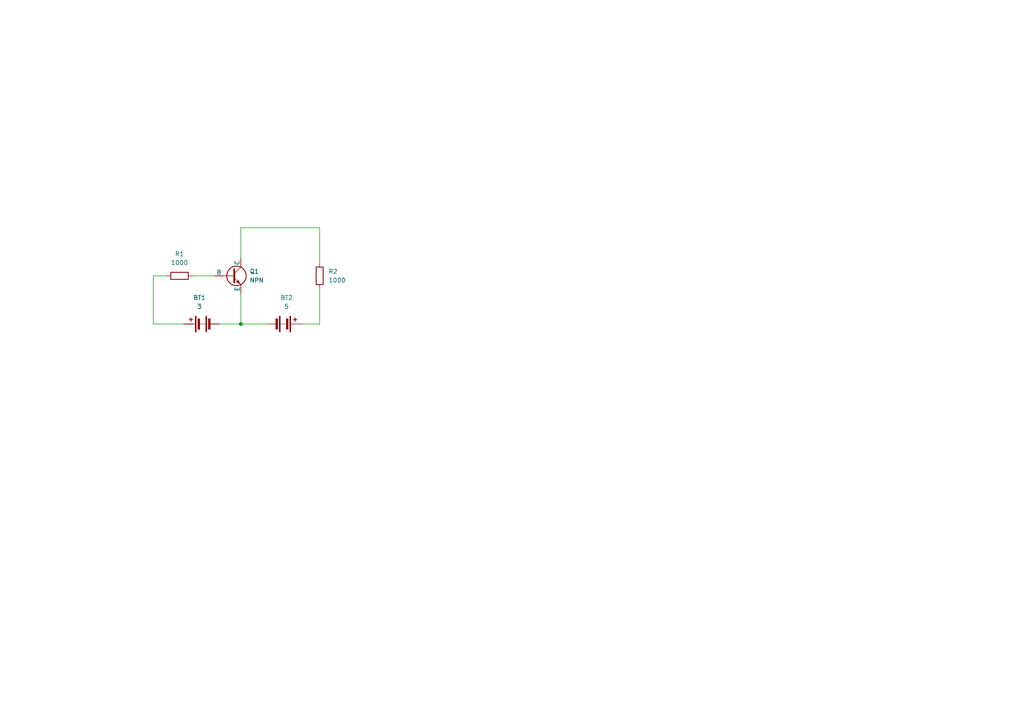
<source format=kicad_sch>
(kicad_sch (version 20230121) (generator eeschema)
  (paper "A4")
  (lib_symbols
    (symbol "Device:Battery" (pin_numbers hide) (pin_names (offset 0) hide)
      (property "Reference" "BT" (at 2.54 2.54 0))
      (property "Value" "Battery" (at 2.54 0 0))
      (symbol "Battery_0_1"
        (rectangle (start -2.286 -1.27) (end 2.286 -1.524) (fill (type outline)))
        (rectangle (start -2.286 1.778) (end 2.286 1.524) (fill (type outline)))
        (rectangle (start -1.524 -2.032) (end 1.524 -2.54) (fill (type outline)))
        (rectangle (start -1.524 1.016) (end 1.524 0.508) (fill (type outline)))
        (polyline (pts (xy 0 -1.016) (xy 0 -0.762)))
        (polyline (pts (xy 0 -0.508) (xy 0 -0.254)))
        (polyline (pts (xy 0 0) (xy 0 0.254)))
        (polyline (pts (xy 0 1.778) (xy 0 2.54)))
        (polyline (pts (xy 0.762 3.048) (xy 1.778 3.048)) (stroke (width 0.254)))
        (polyline (pts (xy 1.27 3.556) (xy 1.27 2.54)) (stroke (width 0.254)))
      )
      (symbol "Battery_1_1"
        (pin passive line (at 0 5.08 270) (length 2.54) (name "+") (number "1"))
        (pin passive line (at 0 -5.08 90) (length 2.54) (name "-") (number "2"))
      )
    )
    (symbol "Device:R" (pin_numbers hide) (pin_names (offset 0))
      (property "Reference" "R" (at 2.032 0 90))
      (property "Value" "R" (at 0 0 90))
      (symbol "R_0_1"
        (rectangle (start -1.016 -2.54) (end 1.016 2.54) (stroke (width 0.254)))
      )
      (symbol "R_1_1"
        (pin passive line (at 0 3.81 270) (length 1.27) (name "~") (number "1"))
        (pin passive line (at 0 -3.81 90) (length 1.27) (name "~") (number "2"))
      )
    )
    (symbol "Simulation_SPICE:NPN" (pin_numbers hide) (pin_names (offset 0))
      (property "Reference" "Q" (at -2.54 7.62 0))
      (property "Value" "NPN" (at -2.54 5.08 0))
      (symbol "NPN_0_1"
        (polyline (pts (xy -2.54 0) (xy 0.635 0)) (stroke (width 0.1524)))
        (polyline (pts (xy 0.635 0.635) (xy 2.54 2.54)))
        (polyline (pts (xy 2.794 -1.27) (xy 2.794 -1.27)) (stroke (width 0.1524)))
        (polyline (pts (xy 2.794 -1.27) (xy 2.794 -1.27)) (stroke (width 0.1524)))
        (polyline (pts (xy 0.635 -0.635) (xy 2.54 -2.54) (xy 2.54 -2.54)))
        (polyline (pts (xy 0.635 1.905) (xy 0.635 -1.905) (xy 0.635 -1.905)) (stroke (width 0.508)))
        (polyline (pts (xy 1.27 -1.778) (xy 1.778 -1.27) (xy 2.286 -2.286) (xy 1.27 -1.778) (xy 1.27 -1.778)) (fill (type outline)))
        (circle (center 1.27 0) (radius 2.8194) (stroke (width 0.254)))
      )
      (symbol "NPN_1_1"
        (pin open_collector line (at 2.54 5.08 270) (length 2.54) (name "C") (number "1"))
        (pin input line (at -5.08 0 0) (length 2.54) (name "B") (number "2"))
        (pin open_emitter line (at 2.54 -5.08 90) (length 2.54) (name "E") (number "3"))
      )
    )
  )
  (junction (at 69.85 93.98))
  (wire (pts (xy 55.88 80.01) (xy 62.23 80.01)))
  (wire (pts (xy 69.85 66.04) (xy 69.85 74.93)))
  (wire (pts (xy 92.71 76.2) (xy 92.71 66.04)))
  (wire (pts (xy 44.45 93.98) (xy 44.45 80.01)))
  (wire (pts (xy 92.71 93.98) (xy 92.71 83.82)))
  (wire (pts (xy 53.34 93.98) (xy 44.45 93.98)))
  (wire (pts (xy 63.5 93.98) (xy 69.85 93.98)))
  (wire (pts (xy 87.63 93.98) (xy 92.71 93.98)))
  (wire (pts (xy 44.45 80.01) (xy 48.26 80.01)))
  (wire (pts (xy 92.71 66.04) (xy 69.85 66.04)))
  (wire (pts (xy 69.85 85.09) (xy 69.85 93.98)))
  (wire (pts (xy 69.85 93.98) (xy 77.47 93.98)))
  (symbol (lib_id "Device:Battery") (at 82.55 93.98 270) (mirror x) (unit 1)
    (property "Reference" "BT2" (at 83.1215 86.36 90))
    (property "Value" "5" (at 83.1215 88.9 90))
    (property "Sim.Device" "V" (effects hide))
    (property "Sim.Type" "DC" (effects hide))
    (property "Sim.Pins" "1=+ 2=-" (effects hide))
    (property "Sim.Params" "dc=5" (effects hide))
  )
  (symbol (lib_id "Device:Battery") (at 58.42 93.98 90) (unit 1)
    (property "Reference" "BT1" (at 57.8485 86.36 90))
    (property "Value" "3" (at 57.8485 88.9 90))
    (property "Sim.Device" "V" (effects hide))
    (property "Sim.Type" "DC" (effects hide))
    (property "Sim.Pins" "1=+ 2=-" (effects hide))
    (property "Sim.Params" "dc=3" (effects hide))
  )
  (symbol (lib_id "Simulation_SPICE:NPN") (at 67.31 80.01 0) (unit 1)
    (property "Reference" "Q1" (at 72.39 78.74 0) (effects (justify left)))
    (property "Value" "NPN" (at 72.39 81.28 0) (effects (justify left)))
    (property "Sim.Device" "NPN" (effects hide))
    (property "Sim.Type" "GUMMELPOON" (effects hide))
    (property "Sim.Pins" "1=C 2=B 3=E" (effects hide))
  )
  (symbol (lib_id "Device:R") (at 92.71 80.01 0) (unit 1)
    (property "Reference" "R2" (at 95.25 78.74 0) (effects (justify left)))
    (property "Value" "1000" (at 95.25 81.28 0) (effects (justify left)))
  )
  (symbol (lib_id "Device:R") (at 52.07 80.01 90) (unit 1)
    (property "Reference" "R1" (at 52.07 73.66 90))
    (property "Value" "1000" (at 52.07 76.2 90))
  )
)
</source>
